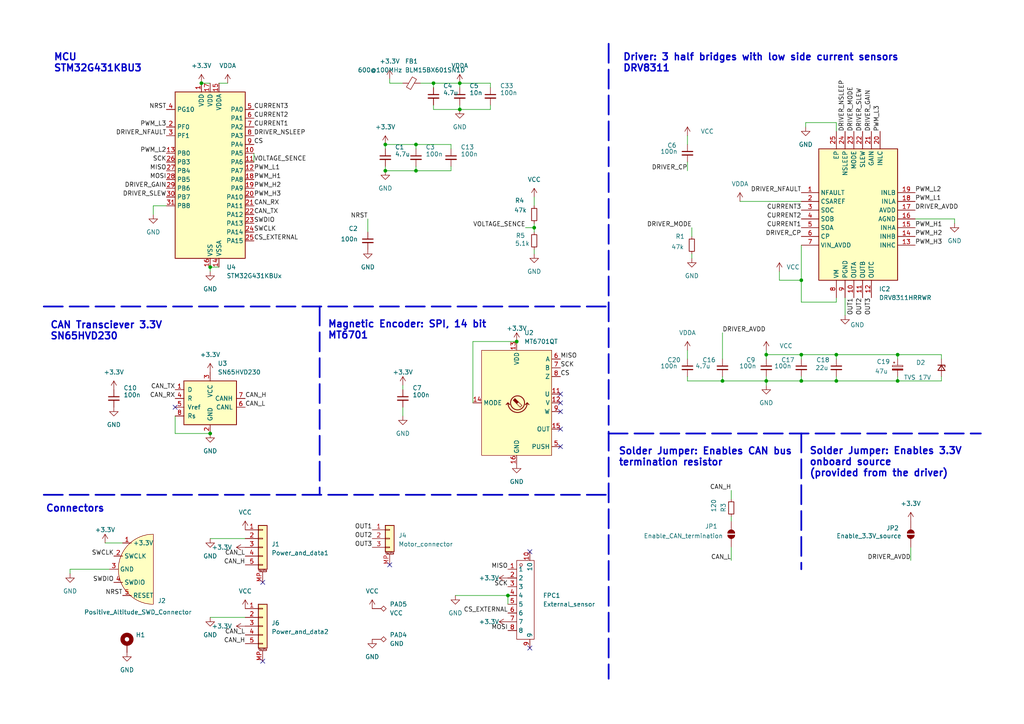
<source format=kicad_sch>
(kicad_sch (version 20250114) (generator "eeschema") (generator_version "9.0")
  (paper "A4")
  (lib_symbols
    (symbol "Connector:TestPoint_Alt" (pin_numbers (hide yes)) (pin_names (offset 0.762) (hide yes))
      (property "Reference" "TP" (at 0 6.858 0))
      (property "Value" "TestPoint_Alt" (at 0 5.08 0))
      (symbol "TestPoint_Alt_1_1"
        (pin passive line (at 0 0 90) (length 2.54) (name "1") (number "1"))
      )
    )
    (symbol "Connector_Generic_MountingPin:Conn_01x03_MountingPin" (pin_names (offset 1.016) (hide yes))
      (property "Reference" "J" (at 0 5.08 0))
      (property "Value" "Conn_01x03_MountingPin" (at 1.27 -5.08 0))
      (symbol "Conn_01x03_MountingPin_1_1"
        (text "Mounting" (at 0 -4.191 0) (effects (font (size 0.381 0.381))))
        (pin passive line (at -5.08 2.54 0) (length 3.81) (name "Pin_1") (number "1"))
        (pin passive line (at -5.08 0 0) (length 3.81) (name "Pin_2") (number "2"))
        (pin passive line (at -5.08 -2.54 0) (length 3.81) (name "Pin_3") (number "3"))
        (pin passive line (at 0 -7.62 90) (length 3.048) (name "MountPin") (number "MP"))
      )
    )
    (symbol "Connector_Generic_MountingPin:Conn_01x05_MountingPin" (pin_names (offset 1.016) (hide yes))
      (property "Reference" "J" (at 0 7.62 0))
      (property "Value" "Conn_01x05_MountingPin" (at 1.27 -7.62 0))
      (symbol "Conn_01x05_MountingPin_1_1"
        (text "Mounting" (at 0 -6.731 0) (effects (font (size 0.381 0.381))))
        (pin passive line (at -5.08 5.08 0) (length 3.81) (name "Pin_1") (number "1"))
        (pin passive line (at -5.08 2.54 0) (length 3.81) (name "Pin_2") (number "2"))
        (pin passive line (at -5.08 0 0) (length 3.81) (name "Pin_3") (number "3"))
        (pin passive line (at -5.08 -2.54 0) (length 3.81) (name "Pin_4") (number "4"))
        (pin passive line (at -5.08 -5.08 0) (length 3.81) (name "Pin_5") (number "5"))
        (pin passive line (at 0 -10.16 90) (length 3.048) (name "MountPin") (number "MP"))
      )
    )
    (symbol "DRV8311HRRWR:DRV8311HRRWR"
      (property "Reference" "IC" (at 29.21 17.78 0))
      (property "Value" "DRV8311HRRWR" (at 29.21 15.24 0))
      (symbol "DRV8311HRRWR_1_1"
        (pin passive line (at 0 0 0) (length 5.08) (name "NFAULT") (number "1"))
        (pin passive line (at 0 -2.54 0) (length 5.08) (name "CSAREF") (number "2"))
        (pin passive line (at 0 -5.08 0) (length 5.08) (name "SOC") (number "3"))
        (pin passive line (at 0 -7.62 0) (length 5.08) (name "SOB") (number "4"))
        (pin passive line (at 0 -10.16 0) (length 5.08) (name "SOA") (number "5"))
        (pin passive line (at 0 -12.7 0) (length 5.08) (name "CP") (number "6"))
        (pin passive line (at 0 -15.24 0) (length 5.08) (name "VIN_AVDD") (number "7"))
        (pin passive line (at 10.16 17.78 270) (length 5.08) (name "EP") (number "25"))
        (pin passive line (at 10.16 -30.48 90) (length 5.08) (name "VM") (number "8"))
        (pin passive line (at 12.7 17.78 270) (length 5.08) (name "NSLEEP") (number "24"))
        (pin passive line (at 12.7 -30.48 90) (length 5.08) (name "PGND") (number "9"))
        (pin passive line (at 15.24 17.78 270) (length 5.08) (name "MODE") (number "23"))
        (pin passive line (at 15.24 -30.48 90) (length 5.08) (name "OUTA") (number "10"))
        (pin passive line (at 17.78 17.78 270) (length 5.08) (name "SLEW") (number "22"))
        (pin passive line (at 17.78 -30.48 90) (length 5.08) (name "OUTB") (number "11"))
        (pin passive line (at 20.32 17.78 270) (length 5.08) (name "GAIN") (number "21"))
        (pin passive line (at 20.32 -30.48 90) (length 5.08) (name "OUTC") (number "12"))
        (pin passive line (at 22.86 17.78 270) (length 5.08) (name "INLC") (number "20"))
        (pin passive line (at 33.02 0 180) (length 5.08) (name "INLB") (number "19"))
        (pin passive line (at 33.02 -2.54 180) (length 5.08) (name "INLA") (number "18"))
        (pin passive line (at 33.02 -5.08 180) (length 5.08) (name "AVDD") (number "17"))
        (pin passive line (at 33.02 -7.62 180) (length 5.08) (name "AGND") (number "16"))
        (pin passive line (at 33.02 -10.16 180) (length 5.08) (name "INHA") (number "15"))
        (pin passive line (at 33.02 -12.7 180) (length 5.08) (name "INHB") (number "14"))
        (pin passive line (at 33.02 -15.24 180) (length 5.08) (name "INHC") (number "13"))
      )
    )
    (symbol "Device:C_Polarized_Small" (pin_numbers (hide yes)) (pin_names (offset 0.254) (hide yes))
      (property "Reference" "C" (at 0.254 1.778 0))
      (property "Value" "C_Polarized_Small" (at 0.254 -2.032 0))
      (symbol "C_Polarized_Small_1_1"
        (pin passive line (at 0 2.54 270) (length 1.8542) (name "~") (number "1"))
        (pin passive line (at 0 -2.54 90) (length 1.8542) (name "~") (number "2"))
      )
    )
    (symbol "Device:C_Small" (pin_numbers (hide yes)) (pin_names (offset 0.254) (hide yes))
      (property "Reference" "C" (at 0.254 1.778 0))
      (property "Value" "C_Small" (at 0.254 -2.032 0))
      (symbol "C_Small_1_1"
        (pin passive line (at 0 2.54 270) (length 2.032) (name "~") (number "1"))
        (pin passive line (at 0 -2.54 90) (length 2.032) (name "~") (number "2"))
      )
    )
    (symbol "Device:D_Zener_Small" (pin_numbers (hide yes)) (pin_names (offset 0.254) (hide yes))
      (property "Reference" "D" (at 0 2.286 0))
      (property "Value" "D_Zener_Small" (at 0 -2.286 0))
      (symbol "D_Zener_Small_1_1"
        (pin passive line (at -2.54 0 0) (length 1.778) (name "K") (number "1"))
        (pin passive line (at 2.54 0 180) (length 1.778) (name "A") (number "2"))
      )
    )
    (symbol "Device:FerriteBead_Small" (pin_numbers (hide yes)) (pin_names (offset 0))
      (property "Reference" "FB" (at 1.905 1.27 0))
      (property "Value" "FerriteBead_Small" (at 1.905 -1.27 0))
      (symbol "FerriteBead_Small_1_1"
        (pin passive line (at 0 2.54 270) (length 1.27) (name "~") (number "1"))
        (pin passive line (at 0 -2.54 90) (length 1.27) (name "~") (number "2"))
      )
    )
    (symbol "Device:R_Small" (pin_numbers (hide yes)) (pin_names (offset 0.254) (hide yes))
      (property "Reference" "R" (at 0.762 0.508 0))
      (property "Value" "R_Small" (at 0.762 -1.016 0))
      (symbol "R_Small_1_1"
        (pin passive line (at 0 2.54 270) (length 0.762) (name "~") (number "1"))
        (pin passive line (at 0 -2.54 90) (length 0.762) (name "~") (number "2"))
      )
    )
    (symbol "HCTL HC-FPC-05-09-8RLTAG:HC-FPC-05-09-8RLTAG"
      (property "Reference" "FPC" (at 0 0 0))
      (symbol "HC-FPC-05-09-8RLTAG_1_0"
        (pin unspecified line (at -5.08 8.89 0) (length 2.54) (name "1") (number "1"))
        (pin unspecified line (at -5.08 6.35 0) (length 2.54) (name "2") (number "2"))
        (pin unspecified line (at -5.08 3.81 0) (length 2.54) (name "3") (number "3"))
        (pin unspecified line (at -5.08 1.27 0) (length 2.54) (name "4") (number "4"))
        (pin unspecified line (at -5.08 -1.27 0) (length 2.54) (name "5") (number "5"))
        (pin unspecified line (at -5.08 -3.81 0) (length 2.54) (name "6") (number "6"))
        (pin unspecified line (at -5.08 -6.35 0) (length 2.54) (name "7") (number "7"))
        (pin unspecified line (at -5.08 -8.89 0) (length 2.54) (name "8") (number "8"))
        (pin unspecified line (at 1.27 13.97 270) (length 2.54) (name "10") (number "10"))
        (pin unspecified line (at 1.27 -13.97 90) (length 2.54) (name "9") (number "9"))
      )
    )
    (symbol "Interface_CAN_LIN:SN65HVD230" (pin_names (offset 1.016))
      (property "Reference" "U" (at -2.54 10.16 0))
      (property "Value" "SN65HVD230" (at -2.54 7.62 0))
      (symbol "SN65HVD230_1_1"
        (pin input line (at -10.16 2.54 0) (length 2.54) (name "D") (number "1"))
        (pin output line (at -10.16 0 0) (length 2.54) (name "R") (number "4"))
        (pin output line (at -10.16 -2.54 0) (length 2.54) (name "Vref") (number "5"))
        (pin input line (at -10.16 -5.08 0) (length 2.54) (name "Rs") (number "8"))
        (pin power_in line (at 0 7.62 270) (length 2.54) (name "VCC") (number "3"))
        (pin power_in line (at 0 -10.16 90) (length 2.54) (name "GND") (number "2"))
        (pin bidirectional line (at 10.16 0 180) (length 2.54) (name "CANH") (number "7"))
        (pin bidirectional line (at 10.16 -2.54 180) (length 2.54) (name "CANL") (number "6"))
      )
    )
    (symbol "Jumper:SolderJumper_2_Open" (pin_numbers (hide yes)) (pin_names (offset 0) (hide yes)) (exclude_from_sim yes) (in_bom no)
      (property "Reference" "JP" (at 0 2.032 0))
      (property "Value" "SolderJumper_2_Open" (at 0 -2.54 0))
      (symbol "SolderJumper_2_Open_1_1"
        (pin passive line (at -3.81 0 0) (length 2.54) (name "A") (number "1"))
        (pin passive line (at 3.81 0 180) (length 2.54) (name "B") (number "2"))
      )
    )
    (symbol "MCU_ST_STM32G4:STM32G431KBUx"
      (property "Reference" "U" (at -10.16 26.67 0))
      (property "Value" "STM32G431KBUx" (at 5.08 26.67 0))
      (symbol "STM32G431KBUx_1_1"
        (pin bidirectional line (at -12.7 20.32 0) (length 2.54) (name "PG10") (number "4"))
        (pin bidirectional line (at -12.7 15.24 0) (length 2.54) (name "PF0") (number "2"))
        (pin bidirectional line (at -12.7 12.7 0) (length 2.54) (name "PF1") (number "3"))
        (pin bidirectional line (at -12.7 7.62 0) (length 2.54) (name "PB0") (number "13"))
        (pin bidirectional line (at -12.7 5.08 0) (length 2.54) (name "PB3") (number "26"))
        (pin bidirectional line (at -12.7 2.54 0) (length 2.54) (name "PB4") (number "27"))
        (pin bidirectional line (at -12.7 0 0) (length 2.54) (name "PB5") (number "28"))
        (pin bidirectional line (at -12.7 -2.54 0) (length 2.54) (name "PB6") (number "29"))
        (pin bidirectional line (at -12.7 -5.08 0) (length 2.54) (name "PB7") (number "30"))
        (pin bidirectional line (at -12.7 -7.62 0) (length 2.54) (name "PB8") (number "31"))
        (pin power_in line (at -2.54 27.94 270) (length 2.54) (name "VDD") (number "1"))
        (pin power_in line (at 0 27.94 270) (length 2.54) (name "VDD") (number "17"))
        (pin power_in line (at 0 -25.4 90) (length 2.54) (name "VSS") (number "16"))
        (pin passive line (at 0 -25.4 90) (length 2.54) (hide yes) (name "VSS") (number "32"))
        (pin passive line (at 0 -25.4 90) (length 2.54) (hide yes) (name "VSS") (number "33"))
        (pin power_in line (at 2.54 27.94 270) (length 2.54) (name "VDDA") (number "15"))
        (pin power_in line (at 2.54 -25.4 90) (length 2.54) (name "VSSA") (number "14"))
        (pin bidirectional line (at 12.7 20.32 180) (length 2.54) (name "PA0") (number "5"))
        (pin bidirectional line (at 12.7 17.78 180) (length 2.54) (name "PA1") (number "6"))
        (pin bidirectional line (at 12.7 15.24 180) (length 2.54) (name "PA2") (number "7"))
        (pin bidirectional line (at 12.7 12.7 180) (length 2.54) (name "PA3") (number "8"))
        (pin bidirectional line (at 12.7 10.16 180) (length 2.54) (name "PA4") (number "9"))
        (pin bidirectional line (at 12.7 7.62 180) (length 2.54) (name "PA5") (number "10"))
        (pin bidirectional line (at 12.7 5.08 180) (length 2.54) (name "PA6") (number "11"))
        (pin bidirectional line (at 12.7 2.54 180) (length 2.54) (name "PA7") (number "12"))
        (pin bidirectional line (at 12.7 0 180) (length 2.54) (name "PA8") (number "18"))
        (pin bidirectional line (at 12.7 -2.54 180) (length 2.54) (name "PA9") (number "19"))
        (pin bidirectional line (at 12.7 -5.08 180) (length 2.54) (name "PA10") (number "20"))
        (pin bidirectional line (at 12.7 -7.62 180) (length 2.54) (name "PA11") (number "21"))
        (pin bidirectional line (at 12.7 -10.16 180) (length 2.54) (name "PA12") (number "22"))
        (pin bidirectional line (at 12.7 -12.7 180) (length 2.54) (name "PA13") (number "23"))
        (pin bidirectional line (at 12.7 -15.24 180) (length 2.54) (name "PA14") (number "24"))
        (pin bidirectional line (at 12.7 -17.78 180) (length 2.54) (name "PA15") (number "25"))
      )
    )
    (symbol "Mechanical:MountingHole_Pad" (pin_numbers (hide yes)) (pin_names (offset 1.016) (hide yes)) (exclude_from_sim yes) (in_bom no)
      (property "Reference" "H" (at 0 6.35 0))
      (property "Value" "MountingHole_Pad" (at 0 4.445 0))
      (symbol "MountingHole_Pad_1_1"
        (pin input line (at 0 -2.54 90) (length 2.54) (name "1") (number "1"))
      )
    )
    (symbol "Sensor_Magnetic:MT6701QT"
      (property "Reference" "U" (at -9.6632 16.4397 0))
      (property "Value" "MT6701QT" (at 5.5155 16.4397 0))
      (symbol "MT6701QT_1_1"
        (pin input line (at -12.7 0 0) (length 2.54) (name "MODE") (number "14"))
        (pin no_connect line (at -10.16 12.7 0) (length 2.54) (hide yes) (name "NC") (number "1"))
        (pin no_connect line (at -10.16 10.16 0) (length 2.54) (hide yes) (name "NC") (number "2"))
        (pin no_connect line (at -10.16 7.62 0) (length 2.54) (hide yes) (name "NC") (number "3"))
        (pin no_connect line (at -10.16 5.08 0) (length 2.54) (hide yes) (name "NC") (number "4"))
        (pin no_connect line (at -10.16 2.54 0) (length 2.54) (hide yes) (name "NC") (number "10"))
        (pin power_in line (at 0 17.78 270) (length 2.54) (name "VDD") (number "13"))
        (pin power_in line (at 0 -17.78 90) (length 2.54) (name "GND") (number "16"))
        (pin passive line (at 0 -17.78 90) (length 2.54) (hide yes) (name "GND") (number "17"))
        (pin output line (at 12.7 12.7 180) (length 2.54) (name "A") (number "6"))
        (pin output line (at 12.7 10.16 180) (length 2.54) (name "B") (number "7"))
        (pin output line (at 12.7 7.62 180) (length 2.54) (name "Z") (number "8"))
        (pin output line (at 12.7 2.54 180) (length 2.54) (name "U") (number "11"))
        (pin output line (at 12.7 0 180) (length 2.54) (name "V") (number "12"))
        (pin output line (at 12.7 -2.54 180) (length 2.54) (name "W") (number "9"))
        (pin output line (at 12.7 -7.62 180) (length 2.54) (name "OUT") (number "15"))
        (pin output line (at 12.7 -12.7 180) (length 2.54) (name "PUSH") (number "5"))
      )
    )
    (symbol "positive_altitude:Positive_Altitude_SWD_Connector"
      (property "Reference" "J" (at -2.794 11.684 0))
      (property "Value" "Positive_Altitude_SWD_Connector" (at -4.191 -11.557 0))
      (symbol "Positive_Altitude_SWD_Connector_1_1"
        (pin power_in line (at -12.7 0 0) (length 2.54) (name "GND") (number "3"))
        (pin output line (at -11.43 3.81 0) (length 2.54) (name "SWCLK") (number "2"))
        (pin bidirectional line (at -11.43 -3.81 0) (length 2.54) (name "SWDIO") (number "4"))
        (pin power_out line (at -8.89 7.62 0) (length 2.54) (name "+3.3V") (number "1"))
        (pin output line (at -8.89 -7.62 0) (length 2.54) (name "RESET") (number "5"))
      )
    )
    (symbol "power:+3.3V" (power) (pin_names (offset 0))
      (property "Value" "+3.3V" (at 0 3.556 0))
      (symbol "+3.3V_1_1"
        (pin power_in line (at 0 0 90) (length 0) (hide yes) (name "+3.3V") (number "1"))
      )
    )
    (symbol "power:GND" (power) (pin_names (offset 0))
      (property "Value" "GND" (at 0 -3.81 0))
      (symbol "GND_1_1"
        (pin power_in line (at 0 0 270) (length 0) (hide yes) (name "GND") (number "1"))
      )
    )
    (symbol "power:VCC" (power) (pin_names (offset 0))
      (property "Value" "VCC" (at 0 3.81 0))
      (symbol "VCC_1_1"
        (pin power_in line (at 0 0 90) (length 0) (hide yes) (name "VCC") (number "1"))
      )
    )
    (symbol "power:VDDA" (power) (pin_names (offset 0))
      (property "Value" "VDDA" (at 0 3.81 0))
      (symbol "VDDA_1_1"
        (pin power_in line (at 0 0 90) (length 0) (hide yes) (name "VDDA") (number "1"))
      )
    )
  )
  (text "MCU\nSTM32G431KBU3" (at 15.494 18.288 0) (effects (font (size 2 2) (thickness 0.4) (bold yes)) (justify left)))
  (text "Solder Jumper: Enables 3.3V\nonboard source \n(provided from the driver)" (at 234.696 134.112 0) (effects (font (size 2 2) (thickness 0.4) (bold yes)) (justify left)))
  (text "Driver: 3 half bridges with low side current sensors\nDRV8311" (at 180.594 18.288 0) (effects (font (size 2 2) (thickness 0.4) (bold yes)) (justify left)))
  (text "Magnetic Encoder: SPI, 14 bit\nMT6701" (at 94.996 95.758 0) (effects (font (size 2 2) (thickness 0.4) (bold yes)) (justify left)))
  (text "CAN Transciever 3.3V\nSN65HVD230" (at 14.478 96.012 0) (effects (font (size 2 2) (thickness 0.4) (bold yes)) (justify left)))
  (text "Solder Jumper: Enables CAN bus \ntermination resistor" (at 179.324 132.588 0) (effects (font (size 2 2) (thickness 0.4) (bold yes)) (justify left)))
  (text "Connectors" (at 13.208 147.574 0) (effects (font (size 2 2) (thickness 0.4) (bold yes)) (justify left)))
  (junction (at 111.76 41.91))
  (junction (at 133.35 24.13))
  (junction (at 222.25 110.49))
  (junction (at 58.42 24.13))
  (junction (at 232.41 110.49))
  (junction (at 60.96 77.47))
  (junction (at 111.76 49.53))
  (junction (at 260.35 102.87))
  (junction (at 222.25 102.87))
  (junction (at 260.35 110.49))
  (junction (at 147.32 172.72))
  (junction (at 133.35 31.75))
  (junction (at 242.57 110.49))
  (junction (at 232.41 81.28))
  (junction (at 242.57 102.87))
  (junction (at 120.65 49.53))
  (junction (at 209.55 110.49))
  (junction (at 232.41 102.87))
  (junction (at 149.86 99.06))
  (junction (at 60.96 125.73))
  (junction (at 120.65 41.91))
  (junction (at 125.73 24.13))
  (junction (at 154.94 66.04))
  (no_connect (at 162.56 114.3))
  (no_connect (at 113.03 163.83))
  (no_connect (at 76.2 168.91))
  (no_connect (at 162.56 129.54))
  (no_connect (at 162.56 116.84))
  (no_connect (at 153.67 187.96))
  (no_connect (at 162.56 124.46))
  (no_connect (at 50.8 118.11))
  (no_connect (at 162.56 119.38))
  (no_connect (at 76.2 191.77))
  (no_connect (at 153.67 160.02))
  (wire (pts (xy 154.94 66.04) (xy 154.94 67.31)))
  (wire (pts (xy 260.35 110.49) (xy 273.05 110.49)))
  (wire (pts (xy 212.09 149.86) (xy 212.09 151.13)))
  (wire (pts (xy 232.41 81.28) (xy 232.41 87.63)))
  (wire (pts (xy 125.73 24.13) (xy 125.73 25.4)))
  (wire (pts (xy 232.41 109.22) (xy 232.41 110.49)))
  (wire (pts (xy 133.35 31.75) (xy 142.24 31.75)))
  (wire (pts (xy 130.81 41.91) (xy 130.81 43.18)))
  (wire (pts (xy 226.06 81.28) (xy 232.41 81.28)))
  (wire (pts (xy 260.35 102.87) (xy 273.05 102.87)))
  (wire (pts (xy 222.25 110.49) (xy 222.25 111.76)))
  (wire (pts (xy 73.66 44.45) (xy 73.66 46.99)))
  (wire (pts (xy 142.24 31.75) (xy 142.24 30.48)))
  (wire (pts (xy 242.57 35.56) (xy 242.57 38.1)))
  (wire (pts (xy 232.41 71.12) (xy 232.41 81.28)))
  (wire (pts (xy 113.03 24.13) (xy 116.84 24.13)))
  (wire (pts (xy 242.57 109.22) (xy 242.57 110.49)))
  (wire (pts (xy 133.35 24.13) (xy 133.35 25.4)))
  (wire (pts (xy 60.96 77.47) (xy 60.96 78.74)))
  (wire (pts (xy 133.35 30.48) (xy 133.35 31.75)))
  (wire (pts (xy 125.73 30.48) (xy 125.73 31.75)))
  (wire (pts (xy 242.57 110.49) (xy 260.35 110.49)))
  (wire (pts (xy 242.57 102.87) (xy 260.35 102.87)))
  (wire (pts (xy 273.05 109.22) (xy 273.05 110.49)))
  (wire (pts (xy 149.86 99.06) (xy 137.16 99.06)))
  (wire (pts (xy 260.35 102.87) (xy 260.35 104.14)))
  (wire (pts (xy 60.96 156.21) (xy 71.12 156.21)))
  (wire (pts (xy 120.65 41.91) (xy 120.65 43.18)))
  (wire (pts (xy 133.35 24.13) (xy 125.73 24.13)))
  (wire (pts (xy 232.41 102.87) (xy 242.57 102.87)))
  (wire (pts (xy 209.55 110.49) (xy 222.25 110.49)))
  (wire (pts (xy 200.66 73.66) (xy 200.66 74.93)))
  (wire (pts (xy 111.76 49.53) (xy 120.65 49.53)))
  (wire (pts (xy 199.39 46.99) (xy 199.39 49.53)))
  (wire (pts (xy 132.08 172.72) (xy 147.32 172.72)))
  (wire (pts (xy 199.39 109.22) (xy 199.39 110.49)))
  (wire (pts (xy 137.16 99.06) (xy 137.16 116.84)))
  (polyline (pts (xy 176.53 125.73) (xy 284.48 125.73)) (stroke (width 0.5) (type dash)))
  (wire (pts (xy 111.76 41.91) (xy 120.65 41.91)))
  (wire (pts (xy 265.43 63.5) (xy 276.86 63.5)))
  (wire (pts (xy 20.32 165.1) (xy 31.75 165.1)))
  (wire (pts (xy 142.24 24.13) (xy 142.24 25.4)))
  (wire (pts (xy 212.09 158.75) (xy 212.09 162.56)))
  (wire (pts (xy 154.94 64.77) (xy 154.94 66.04)))
  (polyline (pts (xy 176.53 12.7) (xy 176.53 196.85)) (stroke (width 0.5) (type dash)))
  (wire (pts (xy 232.41 110.49) (xy 242.57 110.49)))
  (wire (pts (xy 264.16 158.75) (xy 264.16 162.56)))
  (wire (pts (xy 233.68 35.56) (xy 242.57 35.56)))
  (wire (pts (xy 260.35 109.22) (xy 260.35 110.49)))
  (wire (pts (xy 111.76 48.26) (xy 111.76 49.53)))
  (wire (pts (xy 199.39 39.37) (xy 199.39 41.91)))
  (wire (pts (xy 44.45 59.69) (xy 44.45 62.23)))
  (wire (pts (xy 222.25 109.22) (xy 222.25 110.49)))
  (wire (pts (xy 152.4 66.04) (xy 154.94 66.04)))
  (wire (pts (xy 199.39 110.49) (xy 209.55 110.49)))
  (polyline (pts (xy 12.7 143.51) (xy 176.53 143.51)) (stroke (width 0.5) (type dash)))
  (wire (pts (xy 232.41 102.87) (xy 232.41 104.14)))
  (wire (pts (xy 20.32 165.1) (xy 20.32 166.37)))
  (wire (pts (xy 120.65 41.91) (xy 130.81 41.91)))
  (wire (pts (xy 60.96 125.73) (xy 50.8 125.73)))
  (wire (pts (xy 242.57 102.87) (xy 242.57 104.14)))
  (polyline (pts (xy 92.71 88.9) (xy 92.71 143.51)) (stroke (width 0.5) (type dash)))
  (wire (pts (xy 111.76 41.91) (xy 111.76 43.18)))
  (wire (pts (xy 200.66 66.04) (xy 200.66 68.58)))
  (polyline (pts (xy 12.7 88.9) (xy 176.53 88.9)) (stroke (width 0.5) (type dash)))
  (wire (pts (xy 222.25 101.6) (xy 222.25 102.87)))
  (wire (pts (xy 58.42 24.13) (xy 60.96 24.13)))
  (wire (pts (xy 133.35 31.75) (xy 125.73 31.75)))
  (wire (pts (xy 273.05 102.87) (xy 273.05 104.14)))
  (wire (pts (xy 209.55 109.22) (xy 209.55 110.49)))
  (wire (pts (xy 133.35 24.13) (xy 142.24 24.13)))
  (wire (pts (xy 116.84 111.76) (xy 116.84 113.03)))
  (polyline (pts (xy 232.41 125.73) (xy 232.41 165.1)) (stroke (width 0.5) (type dash)))
  (wire (pts (xy 212.09 142.24) (xy 212.09 144.78)))
  (wire (pts (xy 147.32 172.72) (xy 147.32 175.26)))
  (wire (pts (xy 214.63 58.42) (xy 232.41 58.42)))
  (wire (pts (xy 209.55 96.52) (xy 209.55 104.14)))
  (wire (pts (xy 116.84 118.11) (xy 116.84 120.65)))
  (wire (pts (xy 60.96 179.07) (xy 71.12 179.07)))
  (wire (pts (xy 130.81 48.26) (xy 130.81 49.53)))
  (wire (pts (xy 226.06 78.74) (xy 226.06 81.28)))
  (wire (pts (xy 222.25 110.49) (xy 232.41 110.49)))
  (wire (pts (xy 154.94 57.15) (xy 154.94 59.69)))
  (wire (pts (xy 242.57 87.63) (xy 232.41 87.63)))
  (wire (pts (xy 233.68 36.83) (xy 233.68 35.56)))
  (wire (pts (xy 30.48 157.48) (xy 35.56 157.48)))
  (wire (pts (xy 120.65 48.26) (xy 120.65 49.53)))
  (wire (pts (xy 276.86 63.5) (xy 276.86 64.77)))
  (wire (pts (xy 245.11 86.36) (xy 245.11 91.44)))
  (wire (pts (xy 121.92 24.13) (xy 125.73 24.13)))
  (wire (pts (xy 120.65 49.53) (xy 130.81 49.53)))
  (wire (pts (xy 48.26 59.69) (xy 44.45 59.69)))
  (wire (pts (xy 222.25 102.87) (xy 232.41 102.87)))
  (wire (pts (xy 222.25 102.87) (xy 222.25 104.14)))
  (wire (pts (xy 60.96 77.47) (xy 63.5 77.47)))
  (wire (pts (xy 242.57 86.36) (xy 242.57 87.63)))
  (wire (pts (xy 50.8 125.73) (xy 50.8 120.65)))
  (wire (pts (xy 113.03 22.86) (xy 113.03 24.13)))
  (wire (pts (xy 199.39 101.6) (xy 199.39 104.14)))
  (wire (pts (xy 63.5 24.13) (xy 66.04 24.13)))
  (wire (pts (xy 154.94 72.39) (xy 154.94 73.66)))
  (wire (pts (xy 106.68 63.5) (xy 106.68 67.31)))
  (label "OUT1" (at 247.65 86.36 270))
  (label "MISO" (at 162.56 104.14 0))
  (label "OUT2" (at 250.19 86.36 270))
  (label "MISO" (at 48.26 49.53 180))
  (label "SCK" (at 162.56 106.68 0))
  (label "DRIVER_NSLEEP" (at 245.11 38.1 90))
  (label "CAN_L" (at 71.12 161.29 180))
  (label "DRIVER_GAIN" (at 252.73 38.1 90))
  (label "DRIVER_SLEW" (at 250.19 38.1 90))
  (label "VOLTAGE_SENCE" (at 152.4 66.04 180))
  (label "CURRENT1" (at 73.66 36.83 0))
  (label "NRST" (at 35.56 172.72 180))
  (label "SCK" (at 48.26 46.99 180))
  (label "CURRENT3" (at 73.66 31.75 0))
  (label "DRIVER_NFAULT" (at 232.41 55.88 180))
  (label "CAN_L" (at 212.09 162.56 180))
  (label "DRIVER_MODE" (at 200.66 66.04 180))
  (label "CAN_H" (at 71.12 186.69 180))
  (label "PWM_L3" (at 48.26 36.83 180))
  (label "SWCLK" (at 73.66 67.31 0))
  (label "OUT3" (at 107.95 158.75 180))
  (label "PWM_L3" (at 255.27 38.1 90))
  (label "CS" (at 162.56 109.22 0))
  (label "DRIVER_MODE" (at 247.65 38.1 90))
  (label "CAN_L" (at 71.12 184.15 180))
  (label "CAN_TX" (at 50.8 113.03 180))
  (label "PWM_L2" (at 265.43 55.88 0))
  (label "CAN_RX" (at 50.8 115.57 180))
  (label "CURRENT3" (at 232.41 60.96 180))
  (label "PWM_H2" (at 265.43 68.58 0))
  (label "MOSI" (at 48.26 52.07 180))
  (label "MOSI" (at 147.32 182.88 180))
  (label "CURRENT1" (at 232.41 66.04 180))
  (label "CURRENT2" (at 73.66 34.29 0))
  (label "NRST" (at 106.68 63.5 180))
  (label "SCK" (at 147.32 170.18 180))
  (label "PWM_H1" (at 265.43 66.04 0))
  (label "SWCLK" (at 33.02 161.29 180))
  (label "SWDIO" (at 73.66 64.77 0))
  (label "DRIVER_NSLEEP" (at 73.66 39.37 0))
  (label "PWM_H3" (at 265.43 71.12 0))
  (label "PWM_H2" (at 73.66 54.61 0))
  (label "DRIVER_SLEW" (at 48.26 57.15 180))
  (label "CAN_TX" (at 73.66 62.23 0))
  (label "NRST" (at 48.26 31.75 180))
  (label "SWDIO" (at 33.02 168.91 180))
  (label "PWM_H1" (at 73.66 52.07 0))
  (label "DRIVER_CP" (at 232.41 68.58 180))
  (label "DRIVER_CP" (at 199.39 49.53 180))
  (label "DRIVER_AVDD" (at 209.55 96.52 0))
  (label "DRIVER_AVDD" (at 264.16 162.56 180))
  (label "CS_EXTERNAL" (at 73.66 69.85 0))
  (label "PWM_L1" (at 265.43 58.42 0))
  (label "PWM_H3" (at 73.66 57.15 0))
  (label "CAN_L" (at 71.12 118.11 0))
  (label "PWM_L1" (at 73.66 49.53 0))
  (label "CAN_H" (at 212.09 142.24 180))
  (label "CS_EXTERNAL" (at 147.32 177.8 180))
  (label "DRIVER_NFAULT" (at 48.26 39.37 180))
  (label "VOLTAGE_SENCE" (at 73.66 46.99 0))
  (label "OUT1" (at 107.95 153.67 180))
  (label "CURRENT2" (at 232.41 63.5 180))
  (label "CAN_RX" (at 73.66 59.69 0))
  (label "OUT3" (at 252.73 86.36 270))
  (label "CAN_H" (at 71.12 163.83 180))
  (label "DRIVER_GAIN" (at 48.26 54.61 180))
  (label "MISO" (at 147.32 165.1 180))
  (label "DRIVER_AVDD" (at 265.43 60.96 0))
  (label "CS" (at 73.66 41.91 0))
  (label "CAN_H" (at 71.12 115.57 0))
  (label "OUT2" (at 107.95 156.21 180))
  (label "PWM_L2" (at 48.26 44.45 180))
  (symbol (lib_id "Device:C_Small") (at 111.76 45.72 0) (unit 1)
    (property "Reference" "C1" (at 114.554 42.672 0) (effects (justify left)))
    (property "Value" "4.7u" (at 114.554 44.704 0) (effects (justify left)))
    (property "Footprint" "Capacitor_SMD:C_0603_1608Metric_Pad1.08x0.95mm_HandSolder" (effects (hide yes)))
    (property "Description" "Unpolarized capacitor, small symbol" (effects (hide yes)))
    (property "LCSC" "C162274" (effects (hide yes)))
  )
  (symbol (lib_id "power:VCC") (at 199.39 39.37 0) (unit 1)
    (property "Reference" "#PWR18" (effects (hide yes)))
    (property "Value" "VCC" (at 203.2 38.0999 0) (effects (justify left)))
    (property "Description" "Power symbol creates a global label with name \"VCC\"" (effects (hide yes)))
  )
  (symbol (lib_id "power:GND") (at 276.86 64.77 0) (unit 1)
    (property "Reference" "#PWR033" (effects (hide yes)))
    (property "Value" "GND" (at 276.86 69.85 0))
    (property "Description" "Power symbol creates a global label with name \"GND\" , ground" (effects (hide yes)))
  )
  (symbol (lib_id "power:GND") (at 36.83 189.23 0) (unit 1)
    (property "Reference" "#PWR16" (effects (hide yes)))
    (property "Value" "GND" (at 36.83 194.31 0))
    (property "Description" "Power symbol creates a global label with name \"GND\" , ground" (effects (hide yes)))
  )
  (symbol (lib_id "power:GND") (at 133.35 31.75 0) (unit 1)
    (property "Reference" "#PWR07" (effects (hide yes)))
    (property "Value" "GND" (at 133.35 36.83 0))
    (property "Description" "Power symbol creates a global label with name \"GND\" , ground" (effects (hide yes)))
  )
  (symbol (lib_id "Device:C_Small") (at 142.24 27.94 0) (unit 1)
    (property "Reference" "C33" (at 145.034 24.892 0) (effects (justify left)))
    (property "Value" "100n" (at 145.034 26.924 0) (effects (justify left)))
    (property "Footprint" "Capacitor_SMD:C_0402_1005Metric_Pad0.74x0.62mm_HandSolder" (effects (hide yes)))
    (property "Description" "Unpolarized capacitor, small symbol" (effects (hide yes)))
    (property "LCSC" "C77020" (effects (hide yes)))
  )
  (symbol (lib_id "Device:D_Zener_Small") (at 273.05 106.68 270) (unit 1)
    (property "Reference" "D2" (at 265.684 105.156 90) (effects (justify left)))
    (property "Value" "TVS 17V" (at 262.128 109.474 90) (effects (justify left)))
    (property "Footprint" "Diode_SMD:D_SOD-123F" (effects (hide yes)))
    (property "Description" "Zener diode, small symbol" (effects (hide yes)))
    (property "Supplier Part" "C2943770" (effects (hide yes)))
    (property "LCSC" "C353303" (effects (hide yes)))
  )
  (symbol (lib_id "power:+3.3V") (at 71.12 158.75 90) (unit 1)
    (property "Reference" "#PWR051" (effects (hide yes)))
    (property "Value" "+3.3V" (at 67.31 158.7499 90) (effects (justify left)))
    (property "Description" "Power symbol creates a global label with name \"+3.3V\"" (effects (hide yes)))
  )
  (symbol (lib_id "Device:C_Small") (at 199.39 44.45 0) (unit 1)
    (property "Reference" "C6" (at 193.548 42.164 0) (effects (justify left)))
    (property "Value" "100n" (at 191.516 43.942 0) (effects (justify left)))
    (property "Footprint" "Capacitor_SMD:C_0402_1005Metric_Pad0.74x0.62mm_HandSolder" (effects (hide yes)))
    (property "Description" "Unpolarized capacitor, small symbol" (effects (hide yes)))
    (property "LCSC" "C77020" (effects (hide yes)))
  )
  (symbol (lib_id "Connector_Generic_MountingPin:Conn_01x03_MountingPin") (at 113.03 156.21 0) (unit 1)
    (property "Reference" "J4" (at 115.57 155.2955 0) (effects (justify left)))
    (property "Value" "Motor_connector" (at 115.57 157.8355 0) (effects (justify left)))
    (property "Footprint" "Connector_JST:JST_PH_S3B-PH-SM4-TB_1x03-1MP_P2.00mm_Horizontal" (effects (hide yes)))
    (property "Description" "Generic connectable mounting pin connector, single row, 01x03, script generated (kicad-library-utils/schlib/autogen/connector/)" (effects (hide yes)))
    (property "LCSC" "C265101" (effects (hide yes)))
  )
  (symbol (lib_id "Interface_CAN_LIN:SN65HVD230") (at 60.96 115.57 0) (unit 1)
    (property "Reference" "U3" (at 63.1541 105.41 0) (effects (justify left)))
    (property "Value" "SN65HVD230" (at 63.1541 107.95 0) (effects (justify left)))
    (property "Footprint" "Package_SO:SOIC-8_3.9x4.9mm_P1.27mm" (effects (hide yes)))
    (property "Datasheet" "http://www.ti.com/lit/ds/symlink/sn65hvd230.pdf" (effects (hide yes)))
    (property "Description" "CAN Bus Transceivers, 3.3V, 1Mbps, Low-Power capabilities, SOIC-8" (effects (hide yes)))
    (property "LCSC" "C12084" (effects (hide yes)))
  )
  (symbol (lib_id "power:+3.3V") (at 147.32 167.64 90) (unit 1)
    (property "Reference" "#PWR09" (effects (hide yes)))
    (property "Value" "+3.3V" (at 144.78 167.6399 90) (effects (justify left)))
    (property "Description" "Power symbol creates a global label with name \"+3.3V\"" (effects (hide yes)))
  )
  (symbol (lib_id "power:VDDA") (at 66.04 24.13 0) (unit 1)
    (property "Reference" "#PWR41" (effects (hide yes)))
    (property "Value" "VDDA" (at 66.04 19.05 0))
    (property "Description" "Power symbol creates a global label with name \"VDDA\"" (effects (hide yes)))
  )
  (symbol (lib_id "power:VCC") (at 107.95 176.53 0) (unit 1)
    (property "Reference" "#PWR036" (effects (hide yes)))
    (property "Value" "VCC" (at 107.95 171.45 0))
    (property "Description" "Power symbol creates a global label with name \"VCC\"" (effects (hide yes)))
  )
  (symbol (lib_id "Mechanical:MountingHole_Pad") (at 36.83 186.69 0) (unit 1) (exclude_from_sim yes) (in_bom no)
    (property "Reference" "H1" (at 39.37 184.1499 0) (effects (justify left)))
    (property "Value" "MountingHole_Pad" (effects (hide yes)))
    (property "Footprint" "MountingHole:MountingHole_2.2mm_M2_Pad_TopBottom" (effects (hide yes)))
    (property "Description" "Mounting Hole with connection" (effects (hide yes)))
    (property "LCSC" "-" (effects (hide yes)))
  )
  (symbol (lib_id "power:GND") (at 106.68 72.39 0) (unit 1)
    (property "Reference" "#PWR04" (effects (hide yes)))
    (property "Value" "GND" (at 106.68 77.47 0))
    (property "Description" "Power symbol creates a global label with name \"GND\" , ground" (effects (hide yes)))
  )
  (symbol (lib_id "Device:C_Small") (at 222.25 106.68 0) (unit 1)
    (property "Reference" "C9" (at 216.408 104.394 0) (effects (justify left)))
    (property "Value" "100n" (at 214.376 106.172 0) (effects (justify left)))
    (property "Footprint" "Capacitor_SMD:C_0402_1005Metric_Pad0.74x0.62mm_HandSolder" (effects (hide yes)))
    (property "Description" "Unpolarized capacitor, small symbol" (effects (hide yes)))
    (property "LCSC" "C77020" (effects (hide yes)))
  )
  (symbol (lib_id "DRV8311HRRWR:DRV8311HRRWR") (at 232.41 55.88 0) (unit 1)
    (property "Reference" "IC2" (at 254.9241 83.82 0) (effects (justify left)))
    (property "Value" "DRV8311HRRWR" (at 254.9241 86.36 0) (effects (justify left)))
    (property "Footprint" "DRV8311HRRWR:DRV8311PRRWR" (effects (hide yes)))
    (property "Datasheet" "https://www.ti.com/general/docs/suppproductinfo.tsp?distId=26&gotoUrl=https://www.ti.com/lit/gpn/drv8311" (effects (hide yes)))
    (property "Description" "Motor / Motion / Ignition Controllers & Drivers 24V abs max, 3 to 20V, 3-phase brushless-DC motor driver with integrated FETs" (effects (hide yes)))
    (property "Mouser Part Number" "595-DRV8311HRRWR" (effects (hide yes)))
    (property "Mouser Price/Stock" "https://www.mouser.co.uk/ProductDetail/Texas-Instruments/DRV8311HRRWR?qs=MyNHzdoqoQL9B4kuZhUZRA%3D%3D" (effects (hide yes)))
    (property "Manufacturer_Name" "Texas Instruments" (effects (hide yes)))
    (property "Manufacturer_Part_Number" "DRV8311HRRWR" (effects (hide yes)))
    (property "LCSC" "C5218862" (effects (hide yes)))
  )
  (symbol (lib_id "Device:C_Small") (at 33.02 115.57 0) (unit 1)
    (property "Reference" "C10" (at 35.814 112.522 0) (effects (justify left)))
    (property "Value" "100n" (at 35.814 114.554 0) (effects (justify left)))
    (property "Footprint" "Capacitor_SMD:C_0402_1005Metric_Pad0.74x0.62mm_HandSolder" (effects (hide yes)))
    (property "Description" "Unpolarized capacitor, small symbol" (effects (hide yes)))
    (property "LCSC" "C77020" (effects (hide yes)))
  )
  (symbol (lib_id "power:VCC") (at 154.94 57.15 0) (unit 1)
    (property "Reference" "#PWR026" (effects (hide yes)))
    (property "Value" "VCC" (at 154.94 52.07 0))
    (property "Description" "Power symbol creates a global label with name \"VCC\"" (effects (hide yes)))
  )
  (symbol (lib_id "power:+3.3V") (at 111.76 41.91 0) (unit 1)
    (property "Reference" "#PWR02" (effects (hide yes)))
    (property "Value" "+3.3V" (at 111.76 36.83 0))
    (property "Description" "Power symbol creates a global label with name \"+3.3V\"" (effects (hide yes)))
  )
  (symbol (lib_id "power:VDDA") (at 133.35 24.13 0) (unit 1)
    (property "Reference" "#PWR06" (effects (hide yes)))
    (property "Value" "VDDA" (at 133.35 19.05 0))
    (property "Description" "Power symbol creates a global label with name \"VDDA\"" (effects (hide yes)))
  )
  (symbol (lib_id "power:GND") (at 60.96 179.07 0) (unit 1)
    (property "Reference" "#PWR055" (effects (hide yes)))
    (property "Value" "GND" (at 60.96 184.15 0))
    (property "Description" "Power symbol creates a global label with name \"GND\" , ground" (effects (hide yes)))
  )
  (symbol (lib_id "power:GND") (at 111.76 49.53 0) (unit 1)
    (property "Reference" "#PWR03" (effects (hide yes)))
    (property "Value" "GND" (at 111.76 54.61 0))
    (property "Description" "Power symbol creates a global label with name \"GND\" , ground" (effects (hide yes)))
  )
  (symbol (lib_id "Jumper:SolderJumper_2_Open") (at 264.16 154.94 90) (unit 1) (exclude_from_sim yes) (in_bom no)
    (property "Reference" "JP2" (at 257.048 153.162 90) (effects (justify right)))
    (property "Value" "Enable_3.3V_source" (at 242.57 155.448 90) (effects (justify right)))
    (property "Footprint" "Jumper:SolderJumper-2_P1.3mm_Open_RoundedPad1.0x1.5mm" (effects (hide yes)))
    (property "Description" "Solder Jumper, 2-pole, open" (effects (hide yes)))
    (property "LCSC" "-" (effects (hide yes)))
  )
  (symbol (lib_id "power:GND") (at 20.32 166.37 0) (unit 1)
    (property "Reference" "#PWR028" (effects (hide yes)))
    (property "Value" "GND" (at 20.32 171.45 0))
    (property "Description" "Power symbol creates a global label with name \"GND\" , ground" (effects (hide yes)))
  )
  (symbol (lib_id "power:GND") (at 154.94 73.66 0) (unit 1)
    (property "Reference" "#PWR027" (effects (hide yes)))
    (property "Value" "GND" (at 154.94 78.74 0))
    (property "Description" "Power symbol creates a global label with name \"GND\" , ground" (effects (hide yes)))
  )
  (symbol (lib_id "Device:R_Small") (at 212.09 147.32 180) (unit 1)
    (property "Reference" "R3" (at 209.804 148.59 90) (effects (justify right)))
    (property "Value" "120" (at 207.01 148.59 90) (effects (justify right)))
    (property "Footprint" "Resistor_SMD:R_0402_1005Metric_Pad0.72x0.64mm_HandSolder" (effects (hide yes)))
    (property "Description" "Resistor, small symbol" (effects (hide yes)))
    (property "LCSC" "C114758" (effects (hide yes)))
  )
  (symbol (lib_id "Device:C_Small") (at 232.41 106.68 0) (unit 1)
    (property "Reference" "C17" (at 226.568 104.394 0) (effects (justify left)))
    (property "Value" "100n" (at 224.536 106.172 0) (effects (justify left)))
    (property "Footprint" "Capacitor_SMD:C_0402_1005Metric_Pad0.74x0.62mm_HandSolder" (effects (hide yes)))
    (property "Description" "Unpolarized capacitor, small symbol" (effects (hide yes)))
    (property "LCSC" "C77020" (effects (hide yes)))
  )
  (symbol (lib_id "power:GND") (at 60.96 156.21 0) (unit 1)
    (property "Reference" "#PWR048" (effects (hide yes)))
    (property "Value" "GND" (at 60.96 161.29 0))
    (property "Description" "Power symbol creates a global label with name \"GND\" , ground" (effects (hide yes)))
  )
  (symbol (lib_id "positive_altitude:Positive_Altitude_SWD_Connector") (at 44.45 165.1 0) (unit 1)
    (property "Reference" "J2" (at 45.72 174.244 0) (effects (justify left)))
    (property "Value" "Positive_Altitude_SWD_Connector" (at 24.384 177.546 0) (effects (justify left)))
    (property "Footprint" "positive_altitude:Positive_Altitude_SWD_Connector" (effects (hide yes)))
    (property "LCSC" "-" (effects (hide yes)))
  )
  (symbol (lib_id "Device:C_Small") (at 120.65 45.72 0) (unit 1)
    (property "Reference" "C3" (at 123.444 42.672 0) (effects (justify left)))
    (property "Value" "100n" (at 123.444 44.704 0) (effects (justify left)))
    (property "Footprint" "Capacitor_SMD:C_0402_1005Metric_Pad0.74x0.62mm_HandSolder" (effects (hide yes)))
    (property "Description" "Unpolarized capacitor, small symbol" (effects (hide yes)))
    (property "LCSC" "C77020" (effects (hide yes)))
  )
  (symbol (lib_id "power:GND") (at 149.86 134.62 0) (unit 1)
    (property "Reference" "#PWR011" (effects (hide yes)))
    (property "Value" "GND" (at 149.86 139.7 0))
    (property "Description" "Power symbol creates a global label with name \"GND\" , ground" (effects (hide yes)))
  )
  (symbol (lib_id "Device:C_Small") (at 242.57 106.68 0) (unit 1)
    (property "Reference" "C18" (at 236.728 104.394 0) (effects (justify left)))
    (property "Value" "22u" (at 236.474 106.68 0) (effects (justify left)))
    (property "Footprint" "Capacitor_SMD:C_1210_3225Metric_Pad1.33x2.70mm_HandSolder" (effects (hide yes)))
    (property "Description" "Unpolarized capacitor, small symbol" (effects (hide yes)))
    (property "LCSC" "C21397" (effects (hide yes)))
  )
  (symbol (lib_id "power:GND") (at 116.84 120.65 0) (unit 1)
    (property "Reference" "#PWR014" (effects (hide yes)))
    (property "Value" "GND" (at 116.84 125.73 0))
    (property "Description" "Power symbol creates a global label with name \"GND\" , ground" (effects (hide yes)))
  )
  (symbol (lib_id "Sensor_Magnetic:MT6701QT") (at 149.86 116.84 0) (unit 1)
    (property "Reference" "U2" (at 152.0541 96.52 0) (effects (justify left)))
    (property "Value" "MT6701QT" (at 152.0541 99.06 0) (effects (justify left)))
    (property "Footprint" "Package_DFN_QFN:QFN-16-1EP_3x3mm_P0.5mm_EP1.7x1.7mm" (effects (hide yes)))
    (property "Datasheet" "https://www.magntek.com.cn/upload/MT6701_Rev.1.5.pdf" (effects (hide yes)))
    (property "Description" "Hall Based Angle Position Encoder Sensor, I2C, SSI, ABZ & UVW interfaces, 3.3..5V supply, QFN-16" (effects (hide yes)))
    (property "LCSC" "C2913974" (effects (hide yes)))
  )
  (symbol (lib_id "power:GND") (at 222.25 111.76 0) (unit 1)
    (property "Reference" "#PWR17" (effects (hide yes)))
    (property "Value" "GND" (at 222.25 116.84 0))
    (property "Description" "Power symbol creates a global label with name \"GND\" , ground" (effects (hide yes)))
  )
  (symbol (lib_id "power:VCC") (at 71.12 153.67 0) (unit 1)
    (property "Reference" "#PWR049" (effects (hide yes)))
    (property "Value" "VCC" (at 71.12 148.59 0))
    (property "Description" "Power symbol creates a global label with name \"VCC\"" (effects (hide yes)))
  )
  (symbol (lib_id "power:GND") (at 132.08 172.72 0) (unit 1)
    (property "Reference" "#PWR05" (effects (hide yes)))
    (property "Value" "GND" (at 132.08 177.8 0))
    (property "Description" "Power symbol creates a global label with name \"GND\" , ground" (effects (hide yes)))
  )
  (symbol (lib_id "power:GND") (at 60.96 78.74 0) (unit 1)
    (property "Reference" "#PWR42" (effects (hide yes)))
    (property "Value" "GND" (at 60.96 83.82 0))
    (property "Description" "Power symbol creates a global label with name \"GND\" , ground" (effects (hide yes)))
  )
  (symbol (lib_id "power:VCC") (at 226.06 78.74 0) (unit 1)
    (property "Reference" "#PWR060" (effects (hide yes)))
    (property "Value" "VCC" (at 228.092 77.47 0) (effects (justify left)))
    (property "Description" "Power symbol creates a global label with name \"VCC\"" (effects (hide yes)))
  )
  (symbol (lib_id "power:+3.3V") (at 116.84 111.76 0) (unit 1)
    (property "Reference" "#PWR012" (effects (hide yes)))
    (property "Value" "+3.3V" (at 116.84 107.95 0))
    (property "Description" "Power symbol creates a global label with name \"+3.3V\"" (effects (hide yes)))
  )
  (symbol (lib_id "Device:C_Small") (at 199.39 106.68 0) (unit 1)
    (property "Reference" "C20" (at 193.548 104.394 0) (effects (justify left)))
    (property "Value" "100n" (at 191.516 106.172 0) (effects (justify left)))
    (property "Footprint" "Capacitor_SMD:C_0402_1005Metric_Pad0.74x0.62mm_HandSolder" (effects (hide yes)))
    (property "Description" "Unpolarized capacitor, small symbol" (effects (hide yes)))
    (property "LCSC" "C77020" (effects (hide yes)))
  )
  (symbol (lib_id "HCTL HC-FPC-05-09-8RLTAG:HC-FPC-05-09-8RLTAG") (at 152.4 173.99 0) (unit 1)
    (property "Reference" "FPC1" (at 157.48 172.7199 0) (effects (justify left)))
    (property "Value" "External_sensor" (at 157.48 175.2599 0) (effects (justify left)))
    (property "Footprint" "HCTL HC-FPC-05-09-8RLTAG:FPC-SMD_8P-P0.50_HC-FPC-05-09-8RLTAG" (effects (hide yes)))
    (property "Datasheet" "https://atta.szlcsc.com/upload/public/pdf/source/20221026/52A26161A88FCE07A06989F8D4399614.pdf" (effects (hide yes)))
    (property "Description" "Locking Feature:Clamshell Contact Type:Double-sided contacts/up and down connection Number of Contacts:8P Pitch:0.5mm Mounting Type:卧贴 FFC, FCB Thickness:0.3mm FFC, FCB Thickness:0.3mm Height Above Board:1mm Contact Material:Copper Alloy Operating Tempera" (effects (hide yes)))
    (property "Manufacturer Part" "HC-FPC-05-09-8RLTAG" (effects (hide yes)))
    (property "Manufacturer" "HCTL(华灿天禄)" (effects (hide yes)))
    (property "Supplier Part" "C5213749" (effects (hide yes)))
    (property "Supplier" "LCSC" (effects (hide yes)))
    (property "LCSC Part Name" "翻盖式 双侧触点/上下接 P数:8P 间距:0.5mm" (effects (hide yes)))
    (property "LCSC" "C5213749" (effects (hide yes)))
  )
  (symbol (lib_id "power:+3.3V") (at 113.03 22.86 0) (unit 1)
    (property "Reference" "#PWR01" (effects (hide yes)))
    (property "Value" "+3.3V" (at 113.03 17.78 0))
    (property "Description" "Power symbol creates a global label with name \"+3.3V\"" (effects (hide yes)))
  )
  (symbol (lib_id "power:+3.3V") (at 30.48 157.48 0) (unit 1)
    (property "Reference" "#PWR030" (effects (hide yes)))
    (property "Value" "+3.3V" (at 30.48 153.67 0))
    (property "Description" "Power symbol creates a global label with name \"+3.3V\"" (effects (hide yes)))
  )
  (symbol (lib_id "power:+3.3V") (at 147.32 180.34 90) (unit 1)
    (property "Reference" "#PWR010" (effects (hide yes)))
    (property "Value" "+3.3V" (at 144.78 180.3399 90) (effects (justify left)))
    (property "Description" "Power symbol creates a global label with name \"+3.3V\"" (effects (hide yes)))
  )
  (symbol (lib_id "Device:C_Small") (at 106.68 69.85 0) (unit 1)
    (property "Reference" "C2" (at 101.092 66.294 0) (effects (justify left)))
    (property "Value" "100n" (at 98.806 69.342 0) (effects (justify left)))
    (property "Footprint" "Capacitor_SMD:C_0402_1005Metric_Pad0.74x0.62mm_HandSolder" (effects (hide yes)))
    (property "Description" "Unpolarized capacitor, small symbol" (effects (hide yes)))
    (property "LCSC" "C77020" (effects (hide yes)))
  )
  (symbol (lib_id "power:+3.3V") (at 60.96 107.95 0) (unit 1)
    (property "Reference" "#PWR022" (effects (hide yes)))
    (property "Value" "+3.3V" (at 60.96 102.87 0))
    (property "Description" "Power symbol creates a global label with name \"+3.3V\"" (effects (hide yes)))
  )
  (symbol (lib_id "power:VDDA") (at 214.63 58.42 0) (unit 1)
    (property "Reference" "#PWR38" (effects (hide yes)))
    (property "Value" "VDDA" (at 214.63 53.34 0))
    (property "Description" "Power symbol creates a global label with name \"VDDA\"" (effects (hide yes)))
  )
  (symbol (lib_id "Device:C_Polarized_Small") (at 260.35 106.68 0) (unit 1)
    (property "Reference" "C19" (at 254.254 104.902 0) (effects (justify left)))
    (property "Value" "47u" (at 253.746 107.696 0) (effects (justify left)))
    (property "Footprint" "Capacitor_SMD:CP_Elec_6.3x5.8" (effects (hide yes)))
    (property "Description" "Polarized capacitor, small symbol" (effects (hide yes)))
    (property "LCSC" "C2161781" (effects (hide yes)))
  )
  (symbol (lib_id "power:GND") (at 60.96 125.73 0) (unit 1)
    (property "Reference" "#PWR023" (effects (hide yes)))
    (property "Value" "GND" (at 60.96 130.81 0))
    (property "Description" "Power symbol creates a global label with name \"GND\" , ground" (effects (hide yes)))
  )
  (symbol (lib_id "power:GND") (at 233.68 36.83 0) (unit 1)
    (property "Reference" "#PWR19" (effects (hide yes)))
    (property "Value" "GND" (at 233.68 41.91 0))
    (property "Description" "Power symbol creates a global label with name \"GND\" , ground" (effects (hide yes)))
  )
  (symbol (lib_id "power:VDDA") (at 199.39 101.6 0) (unit 1)
    (property "Reference" "#PWR31" (effects (hide yes)))
    (property "Value" "VDDA" (at 199.39 96.52 0))
    (property "Description" "Power symbol creates a global label with name \"VDDA\"" (effects (hide yes)))
  )
  (symbol (lib_id "Connector:TestPoint_Alt") (at 107.95 176.53 270) (unit 1)
    (property "Reference" "PAD5" (at 113.03 175.2599 90) (effects (justify left)))
    (property "Value" "VCC" (at 113.03 177.7999 90) (effects (justify left)))
    (property "Footprint" "TestPoint:TestPoint_Pad_1.5x1.5mm" (effects (hide yes)))
    (property "Description" "test point (alternative shape)" (effects (hide yes)))
    (property "LCSC" "-" (effects (hide yes)))
  )
  (symbol (lib_id "power:+3.3V") (at 58.42 24.13 0) (unit 1)
    (property "Reference" "#PWR40" (effects (hide yes)))
    (property "Value" "+3.3V" (at 58.42 19.05 0))
    (property "Description" "Power symbol creates a global label with name \"+3.3V\"" (effects (hide yes)))
  )
  (symbol (lib_id "Device:R_Small") (at 154.94 62.23 180) (unit 1)
    (property "Reference" "R4" (at 149.352 58.166 0) (effects (justify right)))
    (property "Value" "47k" (at 149.098 60.96 0) (effects (justify right)))
    (property "Footprint" "Resistor_SMD:R_0402_1005Metric_Pad0.72x0.64mm_HandSolder" (effects (hide yes)))
    (property "Description" "Resistor, small symbol" (effects (hide yes)))
    (property "LCSC" "C93943" (effects (hide yes)))
  )
  (symbol (lib_id "Jumper:SolderJumper_2_Open") (at 212.09 154.94 90) (unit 1) (exclude_from_sim yes) (in_bom no)
    (property "Reference" "JP1" (at 204.47 152.654 90) (effects (justify right)))
    (property "Value" "Enable_CAN_termination" (at 186.69 155.448 90) (effects (justify right)))
    (property "Footprint" "Jumper:SolderJumper-2_P1.3mm_Open_RoundedPad1.0x1.5mm" (effects (hide yes)))
    (property "Description" "Solder Jumper, 2-pole, open" (effects (hide yes)))
    (property "LCSC" "-" (effects (hide yes)))
  )
  (symbol (lib_id "Device:R_Small") (at 200.66 71.12 0) (unit 1)
    (property "Reference" "R1" (at 198.628 68.58 0) (effects (justify right)))
    (property "Value" "47k" (at 198.374 71.628 0) (effects (justify right)))
    (property "Footprint" "Resistor_SMD:R_0402_1005Metric_Pad0.72x0.64mm_HandSolder" (effects (hide yes)))
    (property "Description" "Resistor, small symbol" (effects (hide yes)))
    (property "LCSC" "C93943" (effects (hide yes)))
  )
  (symbol (lib_id "Device:C_Small") (at 130.81 45.72 0) (unit 1)
    (property "Reference" "C13" (at 133.604 42.672 0) (effects (justify left)))
    (property "Value" "100n" (at 133.604 44.704 0) (effects (justify left)))
    (property "Footprint" "Capacitor_SMD:C_0402_1005Metric_Pad0.74x0.62mm_HandSolder" (effects (hide yes)))
    (property "Description" "Unpolarized capacitor, small symbol" (effects (hide yes)))
    (property "LCSC" "C77020" (effects (hide yes)))
  )
  (symbol (lib_id "power:GND") (at 33.02 118.11 0) (unit 1)
    (property "Reference" "#PWR021" (effects (hide yes)))
    (property "Value" "GND" (at 33.02 123.19 0))
    (property "Description" "Power symbol creates a global label with name \"GND\" , ground" (effects (hide yes)))
  )
  (symbol (lib_id "power:+3.3V") (at 264.16 151.13 0) (unit 1)
    (property "Reference" "#PWR29" (effects (hide yes)))
    (property "Value" "+3.3V" (at 264.16 146.05 0))
    (property "Description" "Power symbol creates a global label with name \"+3.3V\"" (effects (hide yes)))
  )
  (symbol (lib_id "power:+3.3V") (at 149.86 99.06 0) (unit 1)
    (property "Reference" "#PWR013" (effects (hide yes)))
    (property "Value" "+3.3V" (at 149.86 95.25 0))
    (property "Description" "Power symbol creates a global label with name \"+3.3V\"" (effects (hide yes)))
  )
  (symbol (lib_id "Device:C_Small") (at 125.73 27.94 0) (unit 1)
    (property "Reference" "C4" (at 128.524 24.892 0) (effects (justify left)))
    (property "Value" "4.7u" (at 128.524 26.924 0) (effects (justify left)))
    (property "Footprint" "Capacitor_SMD:C_0603_1608Metric_Pad1.08x0.95mm_HandSolder" (effects (hide yes)))
    (property "Description" "Unpolarized capacitor, small symbol" (effects (hide yes)))
    (property "LCSC" "C162274" (effects (hide yes)))
  )
  (symbol (lib_id "power:+3.3V") (at 33.02 113.03 0) (unit 1)
    (property "Reference" "#PWR020" (effects (hide yes)))
    (property "Value" "+3.3V" (at 33.02 107.95 0))
    (property "Description" "Power symbol creates a global label with name \"+3.3V\"" (effects (hide yes)))
  )
  (symbol (lib_id "MCU_ST_STM32G4:STM32G431KBUx") (at 60.96 52.07 0) (unit 1)
    (property "Reference" "U4" (at 65.6941 77.47 0) (effects (justify left)))
    (property "Value" "STM32G431KBUx" (at 65.6941 80.01 0) (effects (justify left)))
    (property "Footprint" "Package_DFN_QFN:QFN-32-1EP_5x5mm_P0.5mm_EP3.45x3.45mm" (effects (hide yes)))
    (property "Datasheet" "https://www.st.com/resource/en/datasheet/stm32g431kb.pdf" (effects (hide yes)))
    (property "Description" "STMicroelectronics Arm Cortex-M4 MCU, 128KB flash, 32KB RAM, 170 MHz, 1.71-3.6V, 26 GPIO, UFQFPN32" (effects (hide yes)))
    (property "LCSC" "C1341901" (effects (hide yes)))
  )
  (symbol (lib_id "power:GND") (at 200.66 74.93 0) (unit 1)
    (property "Reference" "#PWR34" (effects (hide yes)))
    (property "Value" "GND" (at 200.66 80.01 0))
    (property "Description" "Power symbol creates a global label with name \"GND\" , ground" (effects (hide yes)))
  )
  (symbol (lib_id "Connector_Generic_MountingPin:Conn_01x05_MountingPin") (at 76.2 158.75 0) (unit 1)
    (property "Reference" "J1" (at 78.74 157.8355 0) (effects (justify left)))
    (property "Value" "Power_and_data1" (at 78.74 160.3755 0) (effects (justify left)))
    (property "Footprint" "Connector_JST:JST_SH_SM05B-SRSS-TB_1x05-1MP_P1.00mm_Horizontal" (effects (hide yes)))
    (property "Description" "Generic connectable mounting pin connector, single row, 01x05, script generated (kicad-library-utils/schlib/autogen/connector/)" (effects (hide yes)))
    (property "LCSC" "C136657" (effects (hide yes)))
  )
  (symbol (lib_id "Device:C_Small") (at 209.55 106.68 0) (unit 1)
    (property "Reference" "C16" (at 203.708 104.394 0) (effects (justify left)))
    (property "Value" "4.7u" (at 201.676 106.172 0) (effects (justify left)))
    (property "Footprint" "Capacitor_SMD:C_0603_1608Metric_Pad1.08x0.95mm_HandSolder" (effects (hide yes)))
    (property "Description" "Unpolarized capacitor, small symbol" (effects (hide yes)))
    (property "LCSC" "C162274" (effects (hide yes)))
  )
  (symbol (lib_id "power:+3.3V") (at 71.12 181.61 90) (unit 1)
    (property "Reference" "#PWR057" (effects (hide yes)))
    (property "Value" "+3.3V" (at 67.31 181.6099 90) (effects (justify left)))
    (property "Description" "Power symbol creates a global label with name \"+3.3V\"" (effects (hide yes)))
  )
  (symbol (lib_id "Connector_Generic_MountingPin:Conn_01x05_MountingPin") (at 76.2 181.61 0) (unit 1)
    (property "Reference" "J6" (at 78.74 180.6955 0) (effects (justify left)))
    (property "Value" "Power_and_data2" (at 78.74 183.2355 0) (effects (justify left)))
    (property "Footprint" "Connector_JST:JST_SH_SM05B-SRSS-TB_1x05-1MP_P1.00mm_Horizontal" (effects (hide yes)))
    (property "Description" "Generic connectable mounting pin connector, single row, 01x05, script generated (kicad-library-utils/schlib/autogen/connector/)" (effects (hide yes)))
    (property "LCSC" "C136657" (effects (hide yes)))
  )
  (symbol (lib_id "Device:C_Small") (at 133.35 27.94 0) (unit 1)
    (property "Reference" "C5" (at 136.144 24.892 0) (effects (justify left)))
    (property "Value" "10n" (at 136.144 26.924 0) (effects (justify left)))
    (property "Footprint" "Capacitor_SMD:C_0402_1005Metric_Pad0.74x0.62mm_HandSolder" (effects (hide yes)))
    (property "Description" "Unpolarized capacitor, small symbol" (effects (hide yes)))
    (property "LCSC" "C77019" (effects (hide yes)))
  )
  (symbol (lib_id "Device:FerriteBead_Small") (at 119.38 24.13 90) (unit 1)
    (property "Reference" "FB1" (at 119.3419 17.78 90))
    (property "Value" "600@100MHz BLM15BX601SN1D" (at 119.3419 20.32 90))
    (property "Footprint" "Resistor_SMD:R_0402_1005Metric_Pad0.72x0.64mm_HandSolder" (effects (hide yes)))
    (property "Description" "Ferrite bead, small symbol" (effects (hide yes)))
    (property "LCSC" "C710336" (effects (hide yes)))
  )
  (symbol (lib_id "power:GND") (at 245.11 91.44 0) (unit 1)
    (property "Reference" "#PWR39" (effects (hide yes)))
    (property "Value" "GND" (at 248.666 94.234 0))
    (property "Description" "Power symbol creates a global label with name \"GND\" , ground" (effects (hide yes)))
  )
  (symbol (lib_id "power:VCC") (at 222.25 101.6 0) (unit 1)
    (property "Reference" "#PWR15" (effects (hide yes)))
    (property "Value" "VCC" (at 226.06 100.3299 0) (effects (justify left)))
    (property "Description" "Power symbol creates a global label with name \"VCC\"" (effects (hide yes)))
  )
  (symbol (lib_id "Device:C_Small") (at 116.84 115.57 0) (unit 1)
    (property "Reference" "C7" (at 119.634 112.522 0) (effects (justify left)))
    (property "Value" "100n" (at 119.634 114.554 0) (effects (justify left)))
    (property "Footprint" "Capacitor_SMD:C_0402_1005Metric_Pad0.74x0.62mm_HandSolder" (effects (hide yes)))
    (property "Description" "Unpolarized capacitor, small symbol" (effects (hide yes)))
    (property "LCSC" "C77020" (effects (hide yes)))
  )
  (symbol (lib_id "power:VCC") (at 71.12 176.53 0) (unit 1)
    (property "Reference" "#PWR056" (effects (hide yes)))
    (property "Value" "VCC" (at 71.12 171.45 0))
    (property "Description" "Power symbol creates a global label with name \"VCC\"" (effects (hide yes)))
  )
  (symbol (lib_id "Connector:TestPoint_Alt") (at 107.95 185.42 270) (unit 1)
    (property "Reference" "PAD4" (at 113.03 184.1499 90) (effects (justify left)))
    (property "Value" "GND" (at 113.03 186.6899 90) (effects (justify left)))
    (property "Footprint" "TestPoint:TestPoint_Pad_1.5x1.5mm" (effects (hide yes)))
    (property "Description" "test point (alternative shape)" (effects (hide yes)))
    (property "LCSC" "-" (effects (hide yes)))
  )
  (symbol (lib_id "power:GND") (at 107.95 185.42 0) (unit 1)
    (property "Reference" "#PWR037" (effects (hide yes)))
    (property "Value" "GND" (at 107.95 190.5 0))
    (property "Description" "Power symbol creates a global label with name \"GND\" , ground" (effects (hide yes)))
  )
  (symbol (lib_id "Device:R_Small") (at 154.94 69.85 180) (unit 1)
    (property "Reference" "R5" (at 149.606 68.326 0) (effects (justify right)))
    (property "Value" "5.1k" (at 149.352 70.612 0) (effects (justify right)))
    (property "Footprint" "Resistor_SMD:R_0402_1005Metric_Pad0.72x0.64mm_HandSolder" (effects (hide yes)))
    (property "Description" "Resistor, small symbol" (effects (hide yes)))
    (property "LCSC" "C105872" (effects (hide yes)))
  )
  (symbol (lib_id "power:GND") (at 44.45 62.23 0) (unit 1)
    (property "Reference" "#PWR8" (effects (hide yes)))
    (property "Value" "GND" (at 44.45 67.31 0))
    (property "Description" "Power symbol creates a global label with name \"GND\" , ground" (effects (hide yes)))
  )
)
</source>
